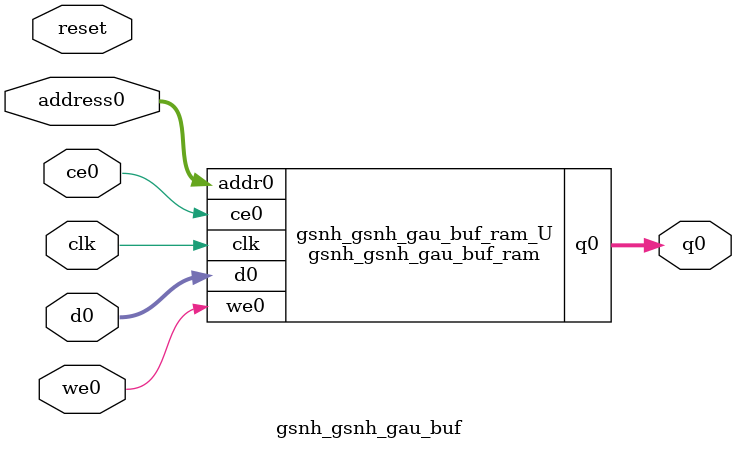
<source format=v>
`timescale 1 ns / 1 ps
module gsnh_gsnh_gau_buf_ram (addr0, ce0, d0, we0, q0,  clk);

parameter DWIDTH = 8;
parameter AWIDTH = 18;
parameter MEM_SIZE = 262144;

input[AWIDTH-1:0] addr0;
input ce0;
input[DWIDTH-1:0] d0;
input we0;
output reg[DWIDTH-1:0] q0;
input clk;

(* ram_style = "block" *)reg [DWIDTH-1:0] ram[0:MEM_SIZE-1];




always @(posedge clk)  
begin 
    if (ce0) begin
        if (we0) 
            ram[addr0] <= d0; 
        q0 <= ram[addr0];
    end
end


endmodule

`timescale 1 ns / 1 ps
module gsnh_gsnh_gau_buf(
    reset,
    clk,
    address0,
    ce0,
    we0,
    d0,
    q0);

parameter DataWidth = 32'd8;
parameter AddressRange = 32'd262144;
parameter AddressWidth = 32'd18;
input reset;
input clk;
input[AddressWidth - 1:0] address0;
input ce0;
input we0;
input[DataWidth - 1:0] d0;
output[DataWidth - 1:0] q0;



gsnh_gsnh_gau_buf_ram gsnh_gsnh_gau_buf_ram_U(
    .clk( clk ),
    .addr0( address0 ),
    .ce0( ce0 ),
    .we0( we0 ),
    .d0( d0 ),
    .q0( q0 ));

endmodule


</source>
